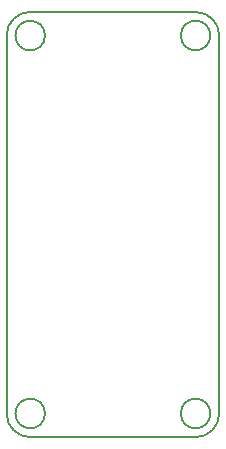
<source format=gbr>
G04 #@! TF.GenerationSoftware,KiCad,Pcbnew,(5.0.0)*
G04 #@! TF.CreationDate,2018-11-25T17:17:40-05:00*
G04 #@! TF.ProjectId,addressable_7seg,6164647265737361626C655F37736567,0.1a*
G04 #@! TF.SameCoordinates,Original*
G04 #@! TF.FileFunction,Profile,NP*
%FSLAX46Y46*%
G04 Gerber Fmt 4.6, Leading zero omitted, Abs format (unit mm)*
G04 Created by KiCad (PCBNEW (5.0.0)) date 11/25/18 17:17:40*
%MOMM*%
%LPD*%
G01*
G04 APERTURE LIST*
%ADD10C,0.200000*%
G04 APERTURE END LIST*
D10*
X178494500Y-109001100D02*
G75*
G03X178494500Y-109001100I-1250000J0D01*
G01*
X164494500Y-109001100D02*
G75*
G03X164494500Y-109001100I-1250000J0D01*
G01*
X164494500Y-141001100D02*
G75*
G03X164494500Y-141001100I-1250000J0D01*
G01*
X178494500Y-141001100D02*
G75*
G03X178494500Y-141001100I-1250000J0D01*
G01*
X179244500Y-109001100D02*
X179244500Y-141001100D01*
X179244500Y-141001100D02*
G75*
G02X177244500Y-143001100I-2000000J0D01*
G01*
X177244500Y-143001100D02*
X163244500Y-143001100D01*
X163244500Y-143001100D02*
G75*
G02X161244500Y-141001100I0J2000000D01*
G01*
X161244500Y-141001100D02*
X161244500Y-109001100D01*
X161244500Y-109001100D02*
G75*
G02X163244500Y-107001100I2000000J0D01*
G01*
X163244500Y-107001100D02*
X177244500Y-107001100D01*
X177244500Y-107001100D02*
G75*
G02X179244500Y-109001100I0J-2000000D01*
G01*
M02*

</source>
